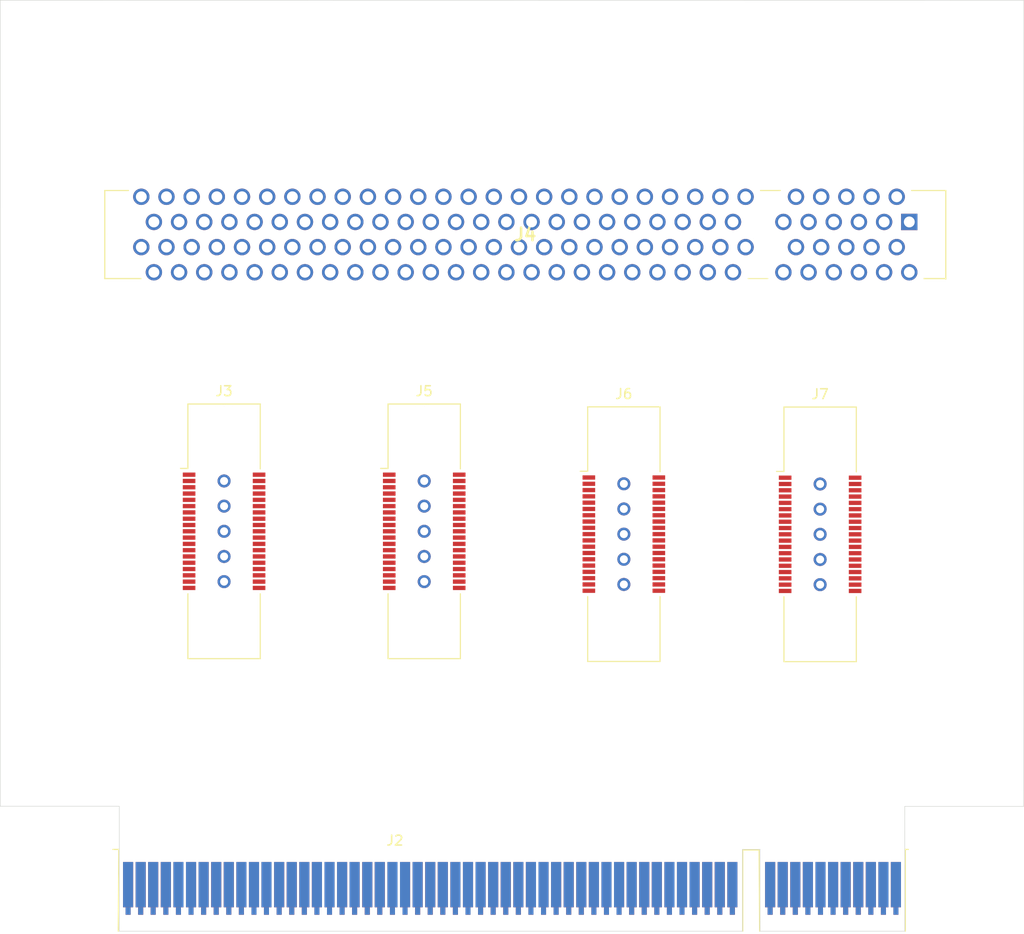
<source format=kicad_pcb>
(kicad_pcb (version 20241229) (generator "pcbnew") (generator_version "9.0")
  (layers (0 "F.Cu" signal) (2 "B.Cu" signal) (13 "F.Paste" user) (15 "B.Paste" user) (5 "F.SilkS" user "F.Silkscreen") (7 "B.SilkS" user "B.Silkscreen") (1 "F.Mask" user) (3 "B.Mask" user) (25 "Edge.Cuts" user))
  (net 0 "")
  (footprint "LibraryLoader:51451541" (layer "F.Cu") (at 187.585 75.09 180)
    (property "Reference" "J4")
    (property "Value" "5145154-1" (hide yes))
  )
  (footprint "Connector_TE-Connectivity:TE_5767171-1_2x19_P0.635mm_Vertical" (layer "F.Cu") (at 158.79 106.609999)
    (property "Reference" "J6")
    (property "Value" "5767061-1")
  )
  (footprint "Connector_TE-Connectivity:TE_5767171-1_2x19_P0.635mm_Vertical" (layer "F.Cu") (at 178.59 106.630001)
    (property "Reference" "J7")
    (property "Value" "5767061-1")
  )
  (footprint "Connector_PCBEdge:BUS_PCI" (layer "F.Cu") (at 147.506865 143.306739)
    (property "Reference" "J2")
    (property "Value" "Bus_PCI_32bit_Universal")
  )
  (footprint "Connector_TE-Connectivity:TE_5767171-1_2x19_P0.635mm_Vertical" (layer "F.Cu") (at 138.65 106.325)
    (property "Reference" "J5")
    (property "Value" "5767061-1")
  )
  (footprint "Connector_TE-Connectivity:TE_5767171-1_2x19_P0.635mm_Vertical" (layer "F.Cu") (at 118.46 106.325)
    (property "Reference" "J3")
    (property "Value" "5767061-1")
  )
  (gr_line (start 172.526865 146.676738) (end 172.526865 138.416738) (stroke (width 0.05)) (layer "Edge.Cuts"))
  (gr_line (start 95.88 52.713262) (end 199.14 52.73) (stroke (width 0.05)) (layer "Edge.Cuts"))
  (gr_line (start 172.526865 138.416738) (end 170.756865 138.416738) (stroke (width 0.05)) (layer "Edge.Cuts"))
  (gr_line (start 199.14 52.73) (end 199.13 134.08) (stroke (width 0.05)) (layer "Edge.Cuts"))
  (gr_line (start 199.13 134.08) (end 187.13 134.08) (stroke (width 0.05)) (layer "Edge.Cuts"))
  (gr_line (start 95.886865 134.066718) (end 95.88 52.713262) (stroke (width 0.05)) (layer "Edge.Cuts"))
  (gr_line (start 107.886866 146.676738) (end 170.756865 146.676738) (stroke (width 0.05)) (layer "Edge.Cuts"))
  (gr_line (start 107.886866 146.676738) (end 107.886865 134.066739) (stroke (width 0.05)) (layer "Edge.Cuts"))
  (gr_line (start 107.886865 134.066739) (end 95.886865 134.066718) (stroke (width 0.05)) (layer "Edge.Cuts"))
  (gr_line (start 170.756865 138.416738) (end 170.756865 146.676738) (stroke (width 0.05)) (layer "Edge.Cuts"))
  (gr_line (start 187.13 134.08) (end 187.126865 146.676738) (stroke (width 0.05)) (layer "Edge.Cuts"))
  (gr_line (start 187.126865 146.676738) (end 172.526865 146.676738) (stroke (width 0.05)) (layer "Edge.Cuts"))
)
</source>
